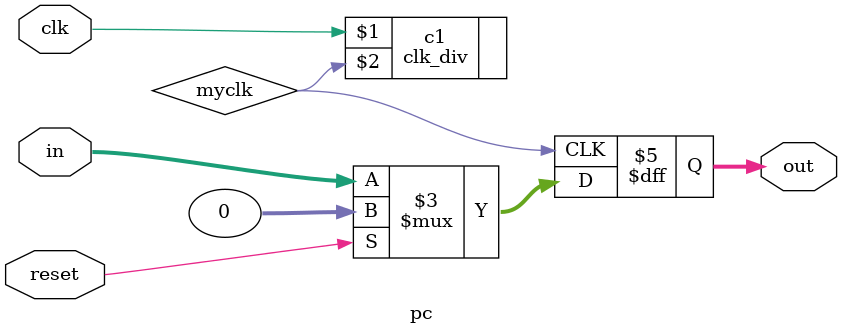
<source format=v>
`timescale 1ns / 1ps
module pc(input clk,
			 input reset,
			 input [31:0] in,
			 output reg [31:0] out
    );
	 
	 wire myclk;
	// wire [31:0] ins;
	// reg [31:0] outs;

	 clk_div c1( clk, myclk );
	 
	 always @(posedge myclk)
		if(reset)
			out = 32'd0;
		else
			out = in;
	 
	// inc inc1( outs, ins );
	// assign out = (reset) ? 0 : in;
	 
	
endmodule

</source>
